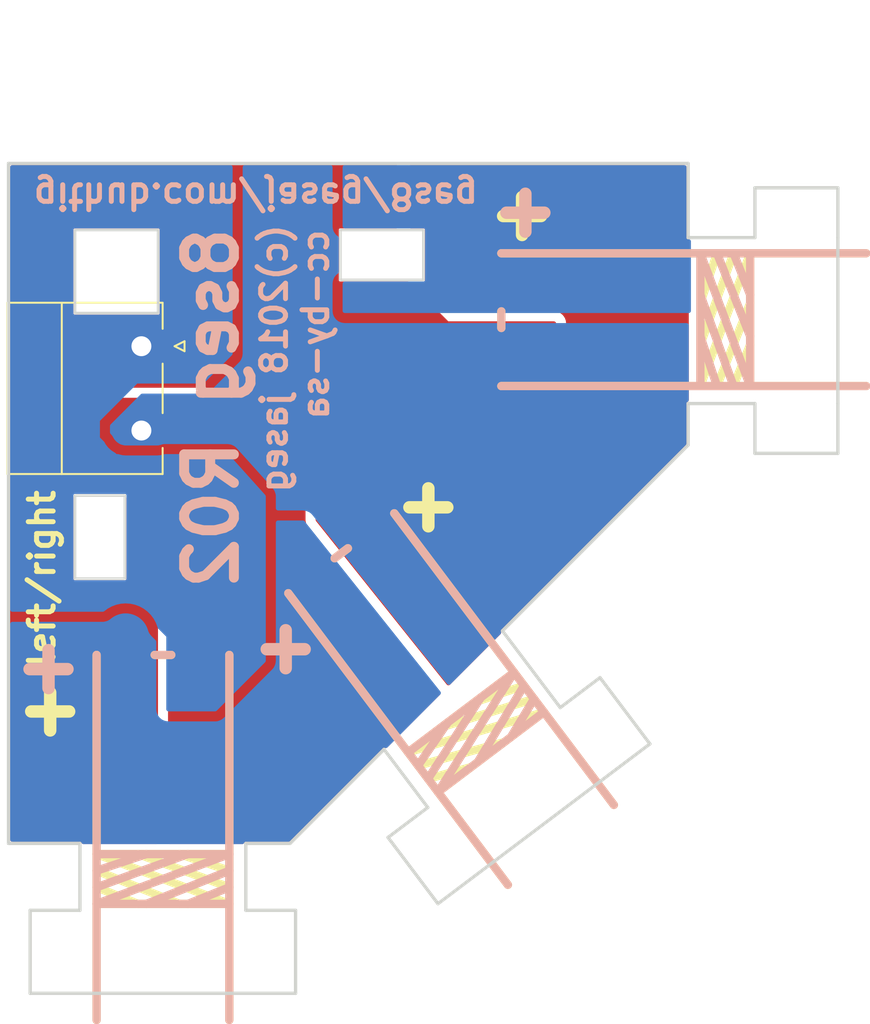
<source format=kicad_pcb>
(kicad_pcb (version 20221018) (generator pcbnew)
  (layers (0 "F.Cu" signal) (31 "B.Cu" signal) (34 "B.Paste" user) (35 "F.Paste" user) (36 "B.SilkS" user "B.Silkscreen") (37 "F.SilkS" user "F.Silkscreen") (38 "B.Mask" user) (39 "F.Mask" user) (44 "Edge.Cuts" user))
  (net 0 "")
  (net 1 "/A")
  (net 2 "/B")
  (net 3 "/C")
  (net 4 "/D")
  (footprint "footprints:led_tape_3528_2835" (layer "F.Cu") (at 154.3 64.6)
    (fp_text reference "J1" hide)
    (fp_text value "Conn_01x02" hide)
    (fp_line (start -4 0) (end -4 22) (stroke (width 0.5)) (layer "F.SilkS"))
    (fp_line (start -4 12) (end 4 12) (stroke (width 0.5)) (layer "F.SilkS"))
    (fp_line (start -4 13) (end 1 15) (stroke (width 0.5)) (layer "F.SilkS"))
    (fp_line (start -4 14) (end -1.5 15) (stroke (width 0.5)) (layer "F.SilkS"))
    (fp_line (start -4 15) (end 4 15) (stroke (width 0.5)) (layer "F.SilkS"))
    (fp_line (start -0.5 0) (end 0.5 0) (stroke (width 0.5)) (layer "F.SilkS"))
    (fp_line (start 1 12) (end 4 13) (stroke (width 0.5)) (layer "F.SilkS"))
    (fp_line (start 4 14) (end -1.5 12) (stroke (width 0.5)) (layer "F.SilkS"))
    (fp_line (start 4 15) (end -4 12) (stroke (width 0.5)) (layer "F.SilkS"))
    (fp_line (start 4 22) (end 4 0) (stroke (width 0.5)) (layer "F.SilkS"))
    (pad "1" smd oval (at -2.25 0) (size 2.8 5) (layers "F.Cu" "F.Paste" "F.Mask") (net 4 "/D"))
    (pad "2" smd oval (at 2.25 0) (size 2.8 5) (layers "F.Cu" "F.Paste" "F.Mask") (net 1 "/A"))
  )
  (footprint "footprints:led_tape_3528_2835" (layer "F.Cu") (at 165.05 58.475 37)
    (fp_text reference "J2" hide)
    (fp_text value "Conn_01x02" hide)
    (fp_line (start -4 0) (end -4 21.999999) (stroke (width 0.5)) (layer "F.SilkS"))
    (fp_line (start -4 12) (end 4 12) (stroke (width 0.5)) (layer "F.SilkS"))
    (fp_line (start -4 13) (end 1 15) (stroke (width 0.5)) (layer "F.SilkS"))
    (fp_line (start -4 14) (end -1.5 15) (stroke (width 0.5)) (layer "F.SilkS"))
    (fp_line (start -4 15) (end 3.999999 15) (stroke (width 0.5)) (layer "F.SilkS"))
    (fp_line (start -0.5 0) (end 0.5 0) (stroke (width 0.5)) (layer "F.SilkS"))
    (fp_line (start 1 12) (end 3.999999 13) (stroke (width 0.5)) (layer "F.SilkS"))
    (fp_line (start 3.999999 15) (end -4 12) (stroke (width 0.5)) (layer "F.SilkS"))
    (fp_line (start 4 14) (end -1.5 12) (stroke (width 0.5)) (layer "F.SilkS"))
    (fp_line (start 4 22) (end 4 0) (stroke (width 0.5)) (layer "F.SilkS"))
    (pad "1" smd oval (at -2.25 0 37) (size 2.8 5) (layers "F.Cu" "F.Paste" "F.Mask") (net 1 "/A"))
    (pad "2" smd oval (at 2.25 0 37) (size 2.8 5) (layers "F.Cu" "F.Paste" "F.Mask") (net 2 "/B"))
  )
  (footprint "Connectors_Phoenix:PhoenixContact_MC-G_02x5.08mm_Angled" (layer "F.Cu") (at 153 46 -90)
    (fp_text reference "J4" hide)
    (fp_text value "Conn_01x02" hide)
    (fp_line (start -2.62 -1.28) (end -2.62 8.08) (stroke (width 0.12)) (layer "F.SilkS"))
    (fp_line (start -2.62 -1.28) (end -1.05 -1.28) (stroke (width 0.12)) (layer "F.SilkS"))
    (fp_line (start -2.62 4.8) (end 7.7 4.8) (stroke (width 0.12)) (layer "F.SilkS"))
    (fp_line (start -2.62 8.08) (end 7.7 8.08) (stroke (width 0.12)) (layer "F.SilkS"))
    (fp_line (start -0.3 -2.6) (end 0.3 -2.6) (stroke (width 0.12)) (layer "F.SilkS"))
    (fp_line (start 0 -2) (end -0.3 -2.6) (stroke (width 0.12)) (layer "F.SilkS"))
    (fp_line (start 0.3 -2.6) (end 0 -2) (stroke (width 0.12)) (layer "F.SilkS"))
    (fp_line (start 1.05 -1.28) (end 4.03 -1.28) (stroke (width 0.12)) (layer "F.SilkS"))
    (fp_line (start 7.7 -1.28) (end 6.13 -1.28) (stroke (width 0.12)) (layer "F.SilkS"))
    (fp_line (start 7.7 8.08) (end 7.7 -1.28) (stroke (width 0.12)) (layer "F.SilkS"))
    (pad "1" thru_hole rect (at 0 0 270) (size 1.8 3.6) (drill 1.2) (layers "*.Cu" "*.Mask") (net 3 "/C"))
    (pad "2" thru_hole oval (at 5.08 0 270) (size 1.8 3.6) (drill 1.2) (layers "*.Cu" "*.Mask") (net 1 "/A"))
  )
  (footprint "footprints:led_tape_3528_2835" (layer "F.Cu") (at 174.7 44.4 90)
    (fp_text reference "J3" hide)
    (fp_text value "Conn_01x02" hide)
    (fp_line (start -4 0) (end -4 22) (stroke (width 0.5)) (layer "F.SilkS"))
    (fp_line (start -4 12) (end 4 12) (stroke (width 0.5)) (layer "F.SilkS"))
    (fp_line (start -4 13) (end 1 15) (stroke (width 0.5)) (layer "F.SilkS"))
    (fp_line (start -4 14) (end -1.5 15) (stroke (width 0.5)) (layer "F.SilkS"))
    (fp_line (start -4 15) (end 4 15) (stroke (width 0.5)) (layer "F.SilkS"))
    (fp_line (start -0.5 0) (end 0.5 0) (stroke (width 0.5)) (layer "F.SilkS"))
    (fp_line (start 1 12) (end 4 13) (stroke (width 0.5)) (layer "F.SilkS"))
    (fp_line (start 4 14) (end -1.5 12) (stroke (width 0.5)) (layer "F.SilkS"))
    (fp_line (start 4 15) (end -4 12) (stroke (width 0.5)) (layer "F.SilkS"))
    (fp_line (start 4 22) (end 4 0) (stroke (width 0.5)) (layer "F.SilkS"))
    (pad "1" smd oval (at -2.25 0 90) (size 2.8 5) (layers "F.Cu" "F.Paste" "F.Mask") (net 3 "/C"))
    (pad "2" smd oval (at 2.25 0 90) (size 2.8 5) (layers "F.Cu" "F.Paste" "F.Mask") (net 2 "/B"))
  )
  (footprint "footprints:led_tape_3528_2835" (layer "B.Cu") (at 154.3 64.6 180)
    (fp_text reference "J3" hide)
    (fp_text value "Conn_01x02" hide)
    (fp_line (start -4 -15) (end 4 -15) (stroke (width 0.5)) (layer "B.SilkS"))
    (fp_line (start -4 -14) (end -1.5 -15) (stroke (width 0.5)) (layer "B.SilkS"))
    (fp_line (start -4 -13) (end 1 -15) (stroke (width 0.5)) (layer "B.SilkS"))
    (fp_line (start -4 -12) (end 4 -12) (stroke (width 0.5)) (layer "B.SilkS"))
    (fp_line (start -4 0) (end -4 -22) (stroke (width 0.5)) (layer "B.SilkS"))
    (fp_line (start -0.5 0) (end 0.5 0) (stroke (width 0.5)) (layer "B.SilkS"))
    (fp_line (start 1 -12) (end 4 -13) (stroke (width 0.5)) (layer "B.SilkS"))
    (fp_line (start 4 -22) (end 4 0) (stroke (width 0.5)) (layer "B.SilkS"))
    (fp_line (start 4 -15) (end -4 -12) (stroke (width 0.5)) (layer "B.SilkS"))
    (fp_line (start 4 -14) (end -1.5 -12) (stroke (width 0.5)) (layer "B.SilkS"))
    (pad "1" smd oval (at -2.25 0 180) (size 2.8 5) (layers "B.Cu" "B.Paste" "B.Mask") (net 3 "/C"))
    (pad "2" smd oval (at 2.25 0 180) (size 2.8 5) (layers "B.Cu" "B.Paste" "B.Mask") (net 2 "/B"))
  )
  (footprint "footprints:led_tape_3528_2835" (layer "B.Cu") (at 174.7 44.4 -90)
    (fp_text reference "J1" hide)
    (fp_text value "Conn_01x02" hide)
    (fp_line (start -4 -15) (end 4 -15) (stroke (width 0.5)) (layer "B.SilkS"))
    (fp_line (start -4 -14) (end -1.5 -15) (stroke (width 0.5)) (layer "B.SilkS"))
    (fp_line (start -4 -13) (end 1 -15) (stroke (width 0.5)) (layer "B.SilkS"))
    (fp_line (start -4 -12) (end 4 -12) (stroke (width 0.5)) (layer "B.SilkS"))
    (fp_line (start -4 0) (end -4 -22) (stroke (width 0.5)) (layer "B.SilkS"))
    (fp_line (start -0.5 0) (end 0.5 0) (stroke (width 0.5)) (layer "B.SilkS"))
    (fp_line (start 1 -12) (end 4 -13) (stroke (width 0.5)) (layer "B.SilkS"))
    (fp_line (start 4 -22) (end 4 0) (stroke (width 0.5)) (layer "B.SilkS"))
    (fp_line (start 4 -15) (end -4 -12) (stroke (width 0.5)) (layer "B.SilkS"))
    (fp_line (start 4 -14) (end -1.5 -12) (stroke (width 0.5)) (layer "B.SilkS"))
    (pad "1" smd oval (at -2.25 0 270) (size 2.8 5) (layers "B.Cu" "B.Paste" "B.Mask") (net 4 "/D"))
    (pad "2" smd oval (at 2.25 0 270) (size 2.8 5) (layers "B.Cu" "B.Paste" "B.Mask") (net 1 "/A"))
  )
  (footprint "footprints:led_tape_3528_2835" (layer "B.Cu") (at 165.05 58.475 -143)
    (fp_text reference "J2" hide)
    (fp_text value "Conn_01x02" hide)
    (fp_line (start -4 -14) (end -1.5 -15) (stroke (width 0.5)) (layer "B.SilkS"))
    (fp_line (start -4 -12) (end 4 -12) (stroke (width 0.5)) (layer "B.SilkS"))
    (fp_line (start -4 0) (end -4 -21.999999) (stroke (width 0.5)) (layer "B.SilkS"))
    (fp_line (start -3.999999 -15) (end 3.999999 -15) (stroke (width 0.5)) (layer "B.SilkS"))
    (fp_line (start -3.999999 -13) (end 1 -15) (stroke (width 0.5)) (layer "B.SilkS"))
    (fp_line (start -0.5 0) (end 0.5 0) (stroke (width 0.5)) (layer "B.SilkS"))
    (fp_line (start 1 -12) (end 3.999999 -13) (stroke (width 0.5)) (layer "B.SilkS"))
    (fp_line (start 3.999999 -15) (end -4 -12) (stroke (width 0.5)) (layer "B.SilkS"))
    (fp_line (start 4 -21.999999) (end 4 0) (stroke (width 0.5)) (layer "B.SilkS"))
    (fp_line (start 4 -14) (end -1.5 -12.000001) (stroke (width 0.5)) (layer "B.SilkS"))
    (pad "1" smd oval (at -2.25 0 217) (size 2.8 5) (layers "B.Cu" "B.Paste" "B.Mask") (net 1 "/A"))
    (pad "2" smd oval (at 2.25 0 217) (size 2.8 5) (layers "B.Cu" "B.Paste" "B.Mask") (net 2 "/B"))
  )
  (gr_line (start 159.294381 75.958126) (end 161.959331 75.958126) (stroke (width 0.2)) (layer "Edge.Cuts"))
  (gr_line (start 194.988312 39.455444) (end 194.988312 36.455114) (stroke (width 0.2)) (layer "Edge.Cuts"))
  (gr_line (start 149.29395 75.958126) (end 149.29395 79.986826) (stroke (width 0.2)) (layer "Edge.Cuts"))
  (gr_line (start 181.260981 71.766655) (end 183.656702 69.961595) (stroke (width 0.2)) (layer "Edge.Cuts"))
  (gr_line (start 146.29414 79.986816) (end 146.29414 84.987036) (stroke (width 0.2)) (layer "Edge.Cuts"))
  (gr_line (start 189.988102 36.455114) (end 189.988102 39.455454) (stroke (width 0.2)) (layer "Edge.Cuts"))
  (gr_line (start 194.988312 36.455114) (end 189.988102 36.455114) (stroke (width 0.2)) (layer "Edge.Cuts"))
  (gr_line (start 152 60) (end 152 55) (stroke (width 0.15)) (layer "Edge.Cuts"))
  (gr_line (start 149.29395 79.986826) (end 146.29414 79.986816) (stroke (width 0.2)) (layer "Edge.Cuts"))
  (gr_line (start 165 39) (end 165 42) (stroke (width 0.15)) (layer "Edge.Cuts"))
  (gr_line (start 165 42) (end 170 42) (stroke (width 0.15)) (layer "Edge.Cuts"))
  (gr_line (start 162.294191 79.986826) (end 159.294381 79.986826) (stroke (width 0.2)) (layer "Edge.Cuts"))
  (gr_line (start 174.767321 63.149615) (end 185.959412 51.957535) (stroke (width 0.2)) (layer "Edge.Cuts"))
  (gr_line (start 173.274391 77.784896) (end 181.260981 71.766655) (stroke (width 0.2)) (layer "Edge.Cuts"))
  (gr_line (start 149 60) (end 152 60) (stroke (width 0.15)) (layer "Edge.Cuts"))
  (gr_line (start 194.988312 52.455175) (end 194.988312 49.455355) (stroke (width 0.2)) (layer "Edge.Cuts"))
  (gr_line (start 167.869041 75.596916) (end 170.878671 79.590466) (stroke (width 0.2)) (layer "Edge.Cuts"))
  (gr_line (start 170.265271 73.791346) (end 167.869041 75.596916) (stroke (width 0.2)) (layer "Edge.Cuts"))
  (gr_line (start 159.294381 79.986826) (end 159.294381 75.958126) (stroke (width 0.2)) (layer "Edge.Cuts"))
  (gr_line (start 185.959412 51.957535) (end 185.959412 49.455355) (stroke (width 0.2)) (layer "Edge.Cuts"))
  (gr_line (start 144.98827 34.986974) (end 144.98827 75.958126) (stroke (width 0.2)) (layer "Edge.Cuts"))
  (gr_line (start 154 44) (end 149 44) (stroke (width 0.15)) (layer "Edge.Cuts"))
  (gr_line (start 189.988102 52.455175) (end 194.988312 52.455175) (stroke (width 0.2)) (layer "Edge.Cuts"))
  (gr_line (start 149 55) (end 149 60) (stroke (width 0.15)) (layer "Edge.Cuts"))
  (gr_line (start 167.626681 70.290255) (end 170.265271 73.791346) (stroke (width 0.2)) (layer "Edge.Cuts"))
  (gr_line (start 185.959412 39.455454) (end 185.959412 34.986984) (stroke (width 0.2)) (layer "Edge.Cuts"))
  (gr_line (start 194.988312 49.455355) (end 194.988312 39.455444) (stroke (width 0.2)) (layer "Edge.Cuts"))
  (gr_line (start 170 42) (end 170 39) (stroke (width 0.15)) (layer "Edge.Cuts"))
  (gr_line (start 161.959331 75.958126) (end 167.626681 70.290255) (stroke (width 0.2)) (layer "Edge.Cuts"))
  (gr_line (start 178.251871 67.773615) (end 174.767321 63.149615) (stroke (width 0.2)) (layer "Edge.Cuts"))
  (gr_line (start 180.647581 65.968045) (end 178.251871 67.773615) (stroke (width 0.2)) (layer "Edge.Cuts"))
  (gr_line (start 162.294191 84.987036) (end 162.294191 79.986826) (stroke (width 0.2)) (layer "Edge.Cuts"))
  (gr_line (start 154 39) (end 154 44) (stroke (width 0.15)) (layer "Edge.Cuts"))
  (gr_line (start 185.959412 49.455355) (end 189.988102 49.455355) (stroke (width 0.2)) (layer "Edge.Cuts"))
  (gr_line (start 146.29414 84.987036) (end 162.294191 84.987036) (stroke (width 0.2)) (layer "Edge.Cuts"))
  (gr_line (start 149 44) (end 149 39) (stroke (width 0.15)) (layer "Edge.Cuts"))
  (gr_line (start 170 39) (end 165 39) (stroke (width 0.15)) (layer "Edge.Cuts"))
  (gr_line (start 170.878671 79.590466) (end 173.274391 77.784896) (stroke (width 0.2)) (layer "Edge.Cuts"))
  (gr_line (start 189.988102 49.455355) (end 189.988102 52.455175) (stroke (width 0.2)) (layer "Edge.Cuts"))
  (gr_line (start 144.98827 75.958126) (end 149.29395 75.958126) (stroke (width 0.2)) (layer "Edge.Cuts"))
  (gr_line (start 189.988102 39.455454) (end 185.959412 39.455454) (stroke (width 0.2)) (layer "Edge.Cuts"))
  (gr_line (start 183.656702 69.961595) (end 180.647581 65.968045) (stroke (width 0.2)) (layer "Edge.Cuts"))
  (gr_line (start 185.959412 34.986984) (end 144.98827 34.986974) (stroke (width 0.2)) (layer "Edge.Cuts"))
  (gr_line (start 149 39) (end 154 39) (stroke (width 0.15)) (layer "Edge.Cuts"))
  (gr_line (start 149 55) (end 152 55) (stroke (width 0.15)) (layer "Edge.Cuts"))
  (gr_text "+" (at 176.15 37.75) (layer "B.SilkS") (effects (font (size 3 3) (thickness 0.75)) (justify mirror)))
  (gr_text "+" (at 147.4 65.25) (layer "B.SilkS") (effects (font (size 3 3) (thickness 0.75)) (justify mirror)))
  (gr_text "+" (at 161.7 64.05) (layer "B.SilkS") (effects (font (size 3 3) (thickness 0.75)) (justify mirror)))
  (gr_text "8seg R02" (at 157.22 49.73 90) (layer "B.SilkS") (effects (font (size 3 3) (thickness 0.6)) (justify mirror)))
  (gr_text "cc-by-sa" (at 163.5 44.7 90) (layer "B.SilkS") (effects (font (size 1.5 1.5) (thickness 0.3)) (justify mirror)))
  (gr_text "(c)2018 jaseg" (at 161.01 46.74 90) (layer "B.SilkS") (effects (font (size 1.5 1.5) (thickness 0.3)) (justify mirror)))
  (gr_text "github.com/jaseg/8seg" (at 159.9 36.95 180) (layer "B.SilkS") (effects (font (size 1.5 1.5) (thickness 0.3)) (justify mirror)))
  (gr_text "+" (at 147.5 67.8) (layer "F.SilkS") (effects (font (size 3 3) (thickness 0.75))))
  (gr_text "+" (at 170.3 55.5) (layer "F.SilkS") (effects (font (size 3 3) (thickness 0.75))))
  (gr_text "left/right" (at 147 60 90) (layer "F.SilkS") (effects (font (size 1.5 1.5) (thickness 0.3))))
  (gr_text "+" (at 175.95 37.95) (layer "F.SilkS") (effects (font (size 3 3) (thickness 0.75))))
  (zone (net 2) (net_name "/B") (layer "F.Cu") (priority 1) (connect_pads yes (clearance 0.6)) (min_thickness 0.254) (fill yes (thermal_gap 0.508) (thermal_bridge_width 0.508))
    (polygon (pts (xy 168.5 51) (xy 163.5 51) (xy 163.5 56.5) (xy 171.5 66.5) (xy 186 52) (xy 186 35) (xy 168.5 35)))
  )
  (zone (net 1) (net_name "/A") (layer "F.Cu") (connect_pads yes (clearance 0.6)) (min_thickness 0.254) (fill yes (thermal_gap 0.508) (thermal_bridge_width 0.508))
    (polygon (pts (xy 145 48.5) (xy 145 76) (xy 162 76) (xy 175 63) (xy 164 51.5) (xy 161 48.5)))
  )
  (zone (net 3) (net_name "/C") (layer "F.Cu") (priority 2) (connect_pads yes (clearance 0.6)) (min_thickness 0.254) (fill yes (thermal_gap 0.508) (thermal_bridge_width 0.508))
    (polygon (pts (xy 145 48.5) (xy 161 48.5) (xy 163 50.5) (xy 175 50.5) (xy 178 47.5) (xy 178 44.5) (xy 171.5 44.5) (xy 168.5 41.5) (xy 168.5 35) (xy 145 35)))
  )
  (zone (net 4) (net_name "/D") (layer "F.Cu") (priority 1) (connect_pads yes (clearance 0.6)) (min_thickness 0.254) (fill yes (thermal_gap 0.508) (thermal_bridge_width 0.508))
    (polygon (pts (xy 145 76) (xy 154 76) (xy 154 55) (xy 145 55)))
  )
  (zone (net 2) (net_name "/B") (layer "B.Cu") (priority 1) (connect_pads yes (clearance 0.6)) (min_thickness 0.254) (fill yes (thermal_gap 0.508) (thermal_bridge_width 0.508))
    (polygon (pts (xy 161.019423 58.5) (xy 161 56.5) (xy 162.8 56.5) (xy 171.1 66.9) (xy 162.019423 76) (xy 145.019423 76) (xy 145.019423 58.5)))
  )
  (zone (net 3) (net_name "/C") (layer "B.Cu") (priority 2) (connect_pads yes (clearance 0.6)) (min_thickness 0.254) (fill yes (thermal_gap 0.508) (thermal_bridge_width 0.508))
    (polygon (pts (xy 158.5 35) (xy 158.5 46.5) (xy 156.75 48.25) (xy 152.75 48.25) (xy 150.5 50.5) (xy 150.5 51.5) (xy 151.5 52.5) (xy 158.25 52.5) (xy 160.5 55) (xy 160.5 65) (xy 157.5 68) (xy 154.5 68) (xy 154.5 63.5) (xy 153 62) (xy 145 62) (xy 145 35)))
  )
  (zone (net 1) (net_name "/A") (layer "B.Cu") (connect_pads yes (clearance 0.6)) (min_thickness 0.254) (fill yes (thermal_gap 0.508) (thermal_bridge_width 0.508))
    (polygon (pts (xy 150.5 49) (xy 158.5 34.959263) (xy 186 34.959263) (xy 186 51.959263) (xy 171.5 66.5) (xy 160 57.5) (xy 150.5 57.5)))
  )
  (zone (net 4) (net_name "/D") (layer "B.Cu") (priority 1) (connect_pads yes (clearance 0.6)) (min_thickness 0.254) (fill yes (thermal_gap 0.508) (thermal_bridge_width 0.508))
    (polygon (pts (xy 186.129934 35) (xy 186.129934 44) (xy 165.129934 44) (xy 165.129934 35)))
  )
)
</source>
